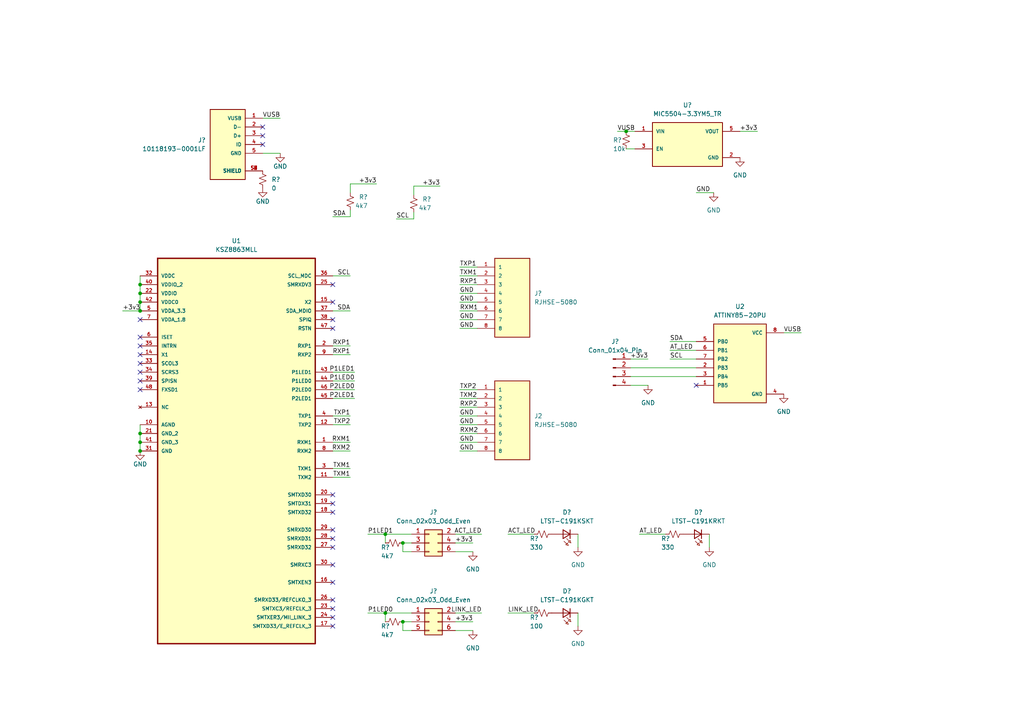
<source format=kicad_sch>
(kicad_sch (version 20230121) (generator eeschema)
  (paper "A4")
  (lib_symbols
    (symbol "10118193-0001LF:10118193-0001LF" (pin_names (offset 1.016))
      (property "Reference" "J" (at -5.08 10.922 0))
      (property "Value" "10118193-0001LF" (at -5.08 -12.7 0))
      (symbol "10118193-0001LF_0_0"
        (rectangle (start -5.08 -10.16) (end 5.08 10.16) (stroke (width 0.254)) (fill (type background)))
        (pin passive line (at -10.16 7.62 0) (length 5.08) (name "VUSB") (number "1"))
        (pin passive line (at -10.16 5.08 0) (length 5.08) (name "D-") (number "2"))
        (pin passive line (at -10.16 2.54 0) (length 5.08) (name "D+") (number "3"))
        (pin passive line (at -10.16 0 0) (length 5.08) (name "ID") (number "4"))
        (pin passive line (at -10.16 -2.54 0) (length 5.08) (name "GND") (number "5"))
        (pin passive line (at -10.16 -7.62 0) (length 5.08) (name "SHIELD") (number "S1"))
        (pin passive line (at -10.16 -7.62 0) (length 5.08) (name "SHIELD") (number "S2"))
        (pin passive line (at -10.16 -7.62 0) (length 5.08) (name "SHIELD") (number "S3"))
        (pin passive line (at -10.16 -7.62 0) (length 5.08) (name "SHIELD") (number "S4"))
        (pin passive line (at -10.16 -7.62 0) (length 5.08) (name "SHIELD") (number "S5"))
        (pin passive line (at -10.16 -7.62 0) (length 5.08) (name "SHIELD") (number "S6"))
      )
    )
    (symbol "ATTINY85-20PU:ATTINY85-20PU" (pin_names (offset 1.016))
      (property "Reference" "U" (at -7.62 11.43 0))
      (property "Value" "ATTINY85-20PU" (at -7.5438 -13.97 0))
      (symbol "ATTINY85-20PU_0_0"
        (rectangle (start -7.62 -11.43) (end 7.62 11.43) (stroke (width 0.254)) (fill (type background)))
        (pin bidirectional line (at -12.7 -6.35 0) (length 5.08) (name "PB5") (number "1"))
        (pin bidirectional line (at -12.7 -1.27 0) (length 5.08) (name "PB3") (number "2"))
        (pin bidirectional line (at -12.7 -3.81 0) (length 5.08) (name "PB4") (number "3"))
        (pin power_in line (at 12.7 -8.89 180) (length 5.08) (name "GND") (number "4"))
        (pin bidirectional line (at -12.7 6.35 0) (length 5.08) (name "PB0") (number "5"))
        (pin bidirectional line (at -12.7 3.81 0) (length 5.08) (name "PB1") (number "6"))
        (pin bidirectional line (at -12.7 1.27 0) (length 5.08) (name "PB2") (number "7"))
        (pin power_in line (at 12.7 8.89 180) (length 5.08) (name "VCC") (number "8"))
      )
    )
    (symbol "Connector:Conn_01x04_Pin" (pin_names (offset 1.016) hide)
      (property "Reference" "J" (at 0 5.08 0))
      (property "Value" "Conn_01x04_Pin" (at 0 -7.62 0))
      (symbol "Conn_01x04_Pin_1_1"
        (polyline (pts (xy 1.27 -5.08) (xy 0.8636 -5.08)) (stroke (width 0.1524)))
        (polyline (pts (xy 1.27 -2.54) (xy 0.8636 -2.54)) (stroke (width 0.1524)))
        (polyline (pts (xy 1.27 0) (xy 0.8636 0)) (stroke (width 0.1524)))
        (polyline (pts (xy 1.27 2.54) (xy 0.8636 2.54)) (stroke (width 0.1524)))
        (rectangle (start 0.8636 -4.953) (end 0 -5.207) (stroke (width 0.1524)) (fill (type outline)))
        (rectangle (start 0.8636 -2.413) (end 0 -2.667) (stroke (width 0.1524)) (fill (type outline)))
        (rectangle (start 0.8636 0.127) (end 0 -0.127) (stroke (width 0.1524)) (fill (type outline)))
        (rectangle (start 0.8636 2.667) (end 0 2.413) (stroke (width 0.1524)) (fill (type outline)))
        (pin passive line (at 5.08 2.54 180) (length 3.81) (name "Pin_1") (number "1"))
        (pin passive line (at 5.08 0 180) (length 3.81) (name "Pin_2") (number "2"))
        (pin passive line (at 5.08 -2.54 180) (length 3.81) (name "Pin_3") (number "3"))
        (pin passive line (at 5.08 -5.08 180) (length 3.81) (name "Pin_4") (number "4"))
      )
    )
    (symbol "Connector_Generic:Conn_02x03_Odd_Even" (pin_names (offset 1.016) hide)
      (property "Reference" "J" (at 1.27 5.08 0))
      (property "Value" "Conn_02x03_Odd_Even" (at 1.27 -5.08 0))
      (symbol "Conn_02x03_Odd_Even_1_1"
        (rectangle (start -1.27 -2.413) (end 0 -2.667) (stroke (width 0.1524)))
        (rectangle (start -1.27 0.127) (end 0 -0.127) (stroke (width 0.1524)))
        (rectangle (start -1.27 2.667) (end 0 2.413) (stroke (width 0.1524)))
        (rectangle (start -1.27 3.81) (end 3.81 -3.81) (stroke (width 0.254)) (fill (type background)))
        (rectangle (start 3.81 -2.413) (end 2.54 -2.667) (stroke (width 0.1524)))
        (rectangle (start 3.81 0.127) (end 2.54 -0.127) (stroke (width 0.1524)))
        (rectangle (start 3.81 2.667) (end 2.54 2.413) (stroke (width 0.1524)))
        (pin passive line (at -5.08 2.54 0) (length 3.81) (name "Pin_1") (number "1"))
        (pin passive line (at 7.62 2.54 180) (length 3.81) (name "Pin_2") (number "2"))
        (pin passive line (at -5.08 0 0) (length 3.81) (name "Pin_3") (number "3"))
        (pin passive line (at 7.62 0 180) (length 3.81) (name "Pin_4") (number "4"))
        (pin passive line (at -5.08 -2.54 0) (length 3.81) (name "Pin_5") (number "5"))
        (pin passive line (at 7.62 -2.54 180) (length 3.81) (name "Pin_6") (number "6"))
      )
    )
    (symbol "Device:R_Small_US" (pin_numbers hide) (pin_names (offset 0.254) hide)
      (property "Reference" "R" (at 0.762 0.508 0))
      (property "Value" "R_Small_US" (at 0.762 -1.016 0))
      (symbol "R_Small_US_1_1"
        (polyline (pts (xy 0 0) (xy 1.016 -0.381) (xy 0 -0.762) (xy -1.016 -1.143) (xy 0 -1.524)))
        (polyline (pts (xy 0 1.524) (xy 1.016 1.143) (xy 0 0.762) (xy -1.016 0.381) (xy 0 0)))
        (pin passive line (at 0 2.54 270) (length 1.016) (name "~") (number "1"))
        (pin passive line (at 0 -2.54 90) (length 1.016) (name "~") (number "2"))
      )
    )
    (symbol "KSZ8863MLL:KSZ8863MLL" (pin_names (offset 1.016))
      (property "Reference" "U" (at -2.8956 56.4642 0))
      (property "Value" "KSZ8863MLL" (at -1.6256 -63.5762 0))
      (symbol "KSZ8863MLL_0_0"
        (rectangle (start -22.86 -58.42) (end 22.86 53.34) (stroke (width 0.4064)) (fill (type background)))
        (pin bidirectional line (at 27.94 0 180) (length 5.08) (name "RXM1") (number "1"))
        (pin passive line (at -27.94 5.08 0) (length 5.08) (name "AGND") (number "10"))
        (pin bidirectional line (at 27.94 -10.16 180) (length 5.08) (name "TXM2") (number "11"))
        (pin bidirectional line (at 27.94 5.08 180) (length 5.08) (name "TXP2") (number "12"))
        (pin no_connect line (at -27.94 10.16 0) (length 5.08) (name "NC") (number "13"))
        (pin input line (at -27.94 25.4 0) (length 5.08) (name "X1") (number "14"))
        (pin output line (at 27.94 40.64 180) (length 5.08) (name "X2") (number "15"))
        (pin bidirectional line (at 27.94 -40.64 180) (length 5.08) (name "SMTXEN3") (number "16"))
        (pin bidirectional line (at 27.94 -53.34 180) (length 5.08) (name "SMTXD33/E_REFCLK_3") (number "17"))
        (pin bidirectional line (at 27.94 -20.32 180) (length 5.08) (name "SMTXD32") (number "18"))
        (pin bidirectional line (at 27.94 -17.78 180) (length 5.08) (name "SMTDX31") (number "19"))
        (pin bidirectional line (at 27.94 27.94 180) (length 5.08) (name "RXP1") (number "2"))
        (pin bidirectional line (at 27.94 -15.24 180) (length 5.08) (name "SMTXD30") (number "20"))
        (pin passive line (at -27.94 2.54 0) (length 5.08) (name "GND_2") (number "21"))
        (pin power_in line (at -27.94 43.18 0) (length 5.08) (name "VDDIO") (number "22"))
        (pin bidirectional line (at 27.94 -48.26 180) (length 5.08) (name "SMTXC3/REFCLK_3") (number "23"))
        (pin bidirectional line (at 27.94 -50.8 180) (length 5.08) (name "SMTXER3/MII_LINK_3") (number "24"))
        (pin bidirectional line (at 27.94 45.72 180) (length 5.08) (name "SMRXDV3") (number "25"))
        (pin bidirectional line (at 27.94 -45.72 180) (length 5.08) (name "SMRXD33/REFCLKO_3") (number "26"))
        (pin bidirectional line (at 27.94 -30.48 180) (length 5.08) (name "SMRXD32") (number "27"))
        (pin bidirectional line (at 27.94 -27.94 180) (length 5.08) (name "SMRXD31") (number "28"))
        (pin bidirectional line (at 27.94 -25.4 180) (length 5.08) (name "SMRXD30") (number "29"))
        (pin bidirectional line (at 27.94 -7.62 180) (length 5.08) (name "TXM1") (number "3"))
        (pin bidirectional line (at 27.94 -35.56 180) (length 5.08) (name "SMRXC3") (number "30"))
        (pin passive line (at -27.94 -2.54 0) (length 5.08) (name "GND") (number "31"))
        (pin power_in line (at -27.94 48.26 0) (length 5.08) (name "VDDC") (number "32"))
        (pin bidirectional line (at -27.94 22.86 0) (length 5.08) (name "SCOL3") (number "33"))
        (pin output line (at -27.94 20.32 0) (length 5.08) (name "SCRS3") (number "34"))
        (pin input line (at -27.94 27.94 0) (length 5.08) (name "INTRN") (number "35"))
        (pin bidirectional line (at 27.94 48.26 180) (length 5.08) (name "SCL_MDC") (number "36"))
        (pin bidirectional line (at 27.94 38.1 180) (length 5.08) (name "SDA_MDIO") (number "37"))
        (pin output line (at 27.94 35.56 180) (length 5.08) (name "SPIQ") (number "38"))
        (pin input line (at -27.94 17.78 0) (length 5.08) (name "SPISN") (number "39"))
        (pin bidirectional line (at 27.94 7.62 180) (length 5.08) (name "TXP1") (number "4"))
        (pin power_in line (at -27.94 45.72 0) (length 5.08) (name "VDDIO_2") (number "40"))
        (pin passive line (at -27.94 0 0) (length 5.08) (name "GND_3") (number "41"))
        (pin power_in line (at -27.94 40.64 0) (length 5.08) (name "VDDC0") (number "42"))
        (pin bidirectional line (at 27.94 20.32 180) (length 5.08) (name "P1LED1") (number "43"))
        (pin bidirectional line (at 27.94 17.78 180) (length 5.08) (name "P1LED0") (number "44"))
        (pin bidirectional line (at 27.94 12.7 180) (length 5.08) (name "P2LED1") (number "45"))
        (pin bidirectional line (at 27.94 15.24 180) (length 5.08) (name "P2LED0") (number "46"))
        (pin bidirectional line (at 27.94 33.02 180) (length 5.08) (name "RSTN") (number "47"))
        (pin passive line (at -27.94 15.24 0) (length 5.08) (name "FXSD1") (number "48"))
        (pin power_in line (at -27.94 38.1 0) (length 5.08) (name "VDDA_3.3") (number "5"))
        (pin input line (at -27.94 30.48 0) (length 5.08) (name "ISET") (number "6"))
        (pin power_in line (at -27.94 35.56 0) (length 5.08) (name "VDDA_1.8") (number "7"))
        (pin bidirectional line (at 27.94 -2.54 180) (length 5.08) (name "RXM2") (number "8"))
        (pin bidirectional line (at 27.94 25.4 180) (length 5.08) (name "RXP2") (number "9"))
      )
    )
    (symbol "LTST-C191KGKT:LTST-C191KGKT" (pin_numbers hide) (pin_names (offset 1.016) hide)
      (property "Reference" "D" (at 2.54 2.54 0))
      (property "Value" "LTST-C191KGKT" (at 2.54 0 0))
      (symbol "LTST-C191KGKT_0_0"
        (polyline (pts (xy -2.032 1.524) (xy -2.921 0.635)) (stroke (width 0.1524)))
        (polyline (pts (xy -1.27 0.762) (xy -2.159 -0.127)) (stroke (width 0.1524)))
        (polyline (pts (xy 0 -0.254) (xy -1.27 -0.254)) (stroke (width 0.254)))
        (polyline (pts (xy 0 -0.254) (xy -1.27 1.778)) (stroke (width 0.254)))
        (polyline (pts (xy 1.27 -0.254) (xy 0 -0.254)) (stroke (width 0.254)))
        (polyline (pts (xy 1.27 1.778) (xy -1.27 1.778)) (stroke (width 0.254)))
        (polyline (pts (xy 1.27 1.778) (xy 0 -0.254)) (stroke (width 0.254)))
        (polyline (pts (xy -3.048 1.016) (xy -3.302 0.254) (xy -2.54 0.508) (xy -3.048 1.016)) (stroke (width 0.1524)) (fill (type background)))
        (polyline (pts (xy -2.286 0.254) (xy -2.54 -0.508) (xy -1.778 -0.254) (xy -2.286 0.254)) (stroke (width 0.1524)) (fill (type background)))
        (pin passive line (at 0 -2.54 90) (length 2.54) (name "~") (number "1"))
        (pin passive line (at 0 5.08 270) (length 5.08) (name "~") (number "2"))
      )
    )
    (symbol "MIC5504-3.3YM5_TR:MIC5504-3.3YM5_TR" (pin_names (offset 1.016))
      (property "Reference" "U" (at -10.16 8.382 0))
      (property "Value" "MIC5504-3.3YM5_TR" (at -10.16 -7.62 0))
      (symbol "MIC5504-3.3YM5_TR_0_0"
        (rectangle (start -10.16 -5.08) (end 10.16 7.62) (stroke (width 0.254)) (fill (type background)))
        (pin input line (at -15.24 5.08 0) (length 5.08) (name "VIN") (number "1"))
        (pin power_in line (at 15.24 -2.54 180) (length 5.08) (name "GND") (number "2"))
        (pin input line (at -15.24 0 0) (length 5.08) (name "EN") (number "3"))
        (pin output line (at 15.24 5.08 180) (length 5.08) (name "VOUT") (number "5"))
      )
    )
    (symbol "RJHSE-5080:RJHSE-5080" (pin_names (offset 1.016))
      (property "Reference" "J" (at -5.08 11.43 0))
      (property "Value" "RJHSE-5080" (at -5.08 -15.24 0))
      (symbol "RJHSE-5080_0_0"
        (rectangle (start -5.08 -12.7) (end 5.08 10.16) (stroke (width 0.254)) (fill (type background)))
        (pin passive line (at -10.16 7.62 0) (length 5.08) (name "1") (number "1"))
        (pin passive line (at -10.16 5.08 0) (length 5.08) (name "2") (number "2"))
        (pin passive line (at -10.16 2.54 0) (length 5.08) (name "3") (number "3"))
        (pin passive line (at -10.16 0 0) (length 5.08) (name "4") (number "4"))
        (pin passive line (at -10.16 -2.54 0) (length 5.08) (name "5") (number "5"))
        (pin passive line (at -10.16 -5.08 0) (length 5.08) (name "6") (number "6"))
        (pin passive line (at -10.16 -7.62 0) (length 5.08) (name "7") (number "7"))
        (pin passive line (at -10.16 -10.16 0) (length 5.08) (name "8") (number "8"))
      )
    )
    (symbol "power:GND" (power) (pin_names (offset 0))
      (property "Value" "GND" (at 0 -3.81 0))
      (symbol "GND_0_1"
        (polyline (pts (xy 0 0) (xy 0 -1.27) (xy 1.27 -1.27) (xy 0 -2.54) (xy -1.27 -1.27) (xy 0 -1.27)))
      )
      (symbol "GND_1_1"
        (pin power_in line (at 0 0 270) (length 0) hide (name "GND") (number "1"))
      )
    )
  )
  (junction (at 40.64 87.63))
  (junction (at 40.64 130.81))
  (junction (at 116.84 180.34))
  (junction (at 40.64 90.17))
  (junction (at 40.64 82.55))
  (junction (at 40.64 85.09))
  (junction (at 111.76 177.8))
  (junction (at 40.64 128.27))
  (junction (at 181.61 38.1))
  (junction (at 116.84 157.48))
  (junction (at 40.64 125.73))
  (junction (at 111.76 154.94))
  (no_connect (at 40.64 97.79))
  (no_connect (at 96.52 87.63))
  (no_connect (at 96.52 163.83))
  (no_connect (at 96.52 153.67))
  (no_connect (at 40.64 92.71))
  (no_connect (at 201.93 111.76))
  (no_connect (at 96.52 146.05))
  (no_connect (at 76.2 36.83))
  (no_connect (at 40.64 113.03))
  (no_connect (at 96.52 95.25))
  (no_connect (at 40.64 107.95))
  (no_connect (at 96.52 176.53))
  (no_connect (at 96.52 92.71))
  (no_connect (at 96.52 143.51))
  (no_connect (at 96.52 82.55))
  (no_connect (at 76.2 39.37))
  (no_connect (at 96.52 173.99))
  (no_connect (at 40.64 100.33))
  (no_connect (at 96.52 179.07))
  (no_connect (at 96.52 148.59))
  (no_connect (at 96.52 158.75))
  (no_connect (at 40.64 110.49))
  (no_connect (at 96.52 168.91))
  (no_connect (at 40.64 105.41))
  (no_connect (at 96.52 156.21))
  (no_connect (at 76.2 41.91))
  (no_connect (at 96.52 181.61))
  (no_connect (at 40.64 102.87))
  (wire (pts (xy 194.31 104.14) (xy 201.93 104.14)))
  (wire (pts (xy 154.94 154.94) (xy 147.32 154.94)))
  (wire (pts (xy 120.015 53.975) (xy 127.635 53.975)))
  (wire (pts (xy 101.6 53.34) (xy 109.22 53.34)))
  (wire (pts (xy 101.6 62.865) (xy 96.52 62.865)))
  (wire (pts (xy 193.04 154.94) (xy 185.42 154.94)))
  (wire (pts (xy 40.64 90.17) (xy 35.56 90.17)))
  (wire (pts (xy 120.015 56.515) (xy 120.015 53.975)))
  (wire (pts (xy 181.61 43.18) (xy 184.15 43.18)))
  (wire (pts (xy 111.76 154.94) (xy 119.38 154.94)))
  (wire (pts (xy 111.76 177.8) (xy 119.38 177.8)))
  (wire (pts (xy 138.43 80.01) (xy 133.35 80.01)))
  (wire (pts (xy 132.08 177.8) (xy 139.7 177.8)))
  (wire (pts (xy 40.64 85.09) (xy 40.64 87.63)))
  (wire (pts (xy 138.43 123.19) (xy 133.35 123.19)))
  (wire (pts (xy 138.43 115.57) (xy 133.35 115.57)))
  (wire (pts (xy 214.63 38.1) (xy 219.71 38.1)))
  (wire (pts (xy 182.88 104.14) (xy 187.96 104.14)))
  (wire (pts (xy 138.43 113.03) (xy 133.35 113.03)))
  (wire (pts (xy 167.64 154.94) (xy 167.64 158.75)))
  (wire (pts (xy 147.32 177.8) (xy 154.94 177.8)))
  (wire (pts (xy 40.64 80.01) (xy 40.64 82.55)))
  (wire (pts (xy 182.88 109.22) (xy 201.93 109.22)))
  (wire (pts (xy 111.76 154.94) (xy 111.76 157.48)))
  (wire (pts (xy 138.43 125.73) (xy 133.35 125.73)))
  (wire (pts (xy 132.08 154.94) (xy 139.7 154.94)))
  (wire (pts (xy 201.93 101.6) (xy 194.31 101.6)))
  (wire (pts (xy 138.43 87.63) (xy 133.35 87.63)))
  (wire (pts (xy 106.68 177.8) (xy 111.76 177.8)))
  (wire (pts (xy 116.84 180.34) (xy 116.84 182.88)))
  (wire (pts (xy 182.88 111.76) (xy 187.96 111.76)))
  (wire (pts (xy 111.76 177.8) (xy 111.76 180.34)))
  (wire (pts (xy 96.52 107.95) (xy 102.87 107.95)))
  (wire (pts (xy 96.52 128.27) (xy 101.6 128.27)))
  (wire (pts (xy 116.84 182.88) (xy 119.38 182.88)))
  (wire (pts (xy 132.08 182.88) (xy 137.16 182.88)))
  (wire (pts (xy 120.015 61.595) (xy 120.015 63.5)))
  (wire (pts (xy 138.43 92.71) (xy 133.35 92.71)))
  (wire (pts (xy 40.64 87.63) (xy 40.64 90.17)))
  (wire (pts (xy 40.64 82.55) (xy 40.64 85.09)))
  (wire (pts (xy 96.52 115.57) (xy 102.87 115.57)))
  (wire (pts (xy 116.84 180.34) (xy 119.38 180.34)))
  (wire (pts (xy 205.74 154.94) (xy 205.74 158.75)))
  (wire (pts (xy 76.2 44.45) (xy 81.28 44.45)))
  (wire (pts (xy 184.15 38.1) (xy 181.61 38.1)))
  (wire (pts (xy 106.68 154.94) (xy 111.76 154.94)))
  (wire (pts (xy 76.2 34.29) (xy 81.28 34.29)))
  (wire (pts (xy 96.52 113.03) (xy 102.87 113.03)))
  (wire (pts (xy 207.01 55.88) (xy 201.93 55.88)))
  (wire (pts (xy 96.52 135.89) (xy 101.6 135.89)))
  (wire (pts (xy 96.52 100.33) (xy 101.6 100.33)))
  (wire (pts (xy 120.015 63.5) (xy 114.935 63.5)))
  (wire (pts (xy 194.31 99.06) (xy 201.93 99.06)))
  (wire (pts (xy 132.08 157.48) (xy 137.16 157.48)))
  (wire (pts (xy 96.52 102.87) (xy 101.6 102.87)))
  (wire (pts (xy 101.6 55.88) (xy 101.6 53.34)))
  (wire (pts (xy 96.52 130.81) (xy 101.6 130.81)))
  (wire (pts (xy 138.43 82.55) (xy 133.35 82.55)))
  (wire (pts (xy 181.61 38.1) (xy 179.07 38.1)))
  (wire (pts (xy 96.52 138.43) (xy 101.6 138.43)))
  (wire (pts (xy 96.52 110.49) (xy 102.87 110.49)))
  (wire (pts (xy 138.43 95.25) (xy 133.35 95.25)))
  (wire (pts (xy 138.43 118.11) (xy 133.35 118.11)))
  (wire (pts (xy 182.88 106.68) (xy 201.93 106.68)))
  (wire (pts (xy 96.52 90.17) (xy 101.6 90.17)))
  (wire (pts (xy 132.08 160.02) (xy 137.16 160.02)))
  (wire (pts (xy 138.43 77.47) (xy 133.35 77.47)))
  (wire (pts (xy 116.84 157.48) (xy 119.38 157.48)))
  (wire (pts (xy 40.64 128.27) (xy 40.64 130.81)))
  (wire (pts (xy 227.33 96.52) (xy 232.41 96.52)))
  (wire (pts (xy 101.6 60.96) (xy 101.6 62.865)))
  (wire (pts (xy 138.43 90.17) (xy 133.35 90.17)))
  (wire (pts (xy 138.43 85.09) (xy 133.35 85.09)))
  (wire (pts (xy 138.43 120.65) (xy 133.35 120.65)))
  (wire (pts (xy 96.52 120.65) (xy 101.6 120.65)))
  (wire (pts (xy 167.64 177.8) (xy 167.64 181.61)))
  (wire (pts (xy 116.84 160.02) (xy 119.38 160.02)))
  (wire (pts (xy 138.43 128.27) (xy 133.35 128.27)))
  (wire (pts (xy 132.08 180.34) (xy 137.16 180.34)))
  (wire (pts (xy 96.52 123.19) (xy 101.6 123.19)))
  (wire (pts (xy 96.52 80.01) (xy 101.6 80.01)))
  (wire (pts (xy 116.84 157.48) (xy 116.84 160.02)))
  (wire (pts (xy 40.64 125.73) (xy 40.64 128.27)))
  (wire (pts (xy 138.43 130.81) (xy 133.35 130.81)))
  (wire (pts (xy 40.64 123.19) (xy 40.64 125.73)))
  (label "SCL" (at 194.31 104.14 0))
  (label "+3v3" (at 137.16 180.34 180))
  (label "RXM1" (at 133.35 90.17 0))
  (label "SDA" (at 194.31 99.06 0))
  (label "TXM2" (at 133.35 115.57 0))
  (label "GND" (at 133.35 92.71 0))
  (label "+3v3" (at 109.22 53.34 180))
  (label "TXP1" (at 133.35 77.47 0))
  (label "P1LED0" (at 106.68 177.8 0))
  (label "GND" (at 133.35 123.19 0))
  (label "SDA" (at 96.52 62.865 0))
  (label "RXP1" (at 101.6 102.87 180))
  (label "RXP2" (at 133.35 118.11 0))
  (label "P2LED1" (at 102.87 115.57 180))
  (label "GND" (at 133.35 130.81 0))
  (label "RXM1" (at 101.6 128.27 180))
  (label "LINK_LED" (at 139.7 177.8 180))
  (label "VUSB" (at 81.28 34.29 180))
  (label "SCL" (at 114.935 63.5 0))
  (label "VUSB" (at 232.41 96.52 180))
  (label "P2LED0" (at 102.87 113.03 180))
  (label "P1LED0" (at 102.87 110.49 180))
  (label "TXP2" (at 133.35 113.03 0))
  (label "RXM2" (at 101.6 130.81 180))
  (label "SCL" (at 101.6 80.01 180))
  (label "TXP1" (at 101.6 120.65 180))
  (label "RXM2" (at 133.35 125.73 0))
  (label "ACT_LED" (at 139.7 154.94 180))
  (label "TXM1" (at 101.6 135.89 180))
  (label "P1LED1" (at 102.87 107.95 180))
  (label "VUSB" (at 179.07 38.1 0))
  (label "RXP1" (at 101.6 100.33 180))
  (label "+3v3" (at 187.96 104.14 180))
  (label "TXM1" (at 133.35 80.01 0))
  (label "SDA" (at 101.6 90.17 180))
  (label "GND" (at 201.93 55.88 0))
  (label "GND" (at 133.35 95.25 0))
  (label "GND" (at 133.35 85.09 0))
  (label "RXP1" (at 133.35 82.55 0))
  (label "AT_LED" (at 185.42 154.94 0))
  (label "TXM1" (at 101.6 138.43 180))
  (label "+3v3" (at 137.16 157.48 180))
  (label "TXP2" (at 101.6 123.19 180))
  (label "GND" (at 133.35 128.27 0))
  (label "ACT_LED" (at 147.32 154.94 0))
  (label "P1LED1" (at 106.68 154.94 0))
  (label "GND" (at 133.35 120.65 0))
  (label "AT_LED" (at 194.31 101.6 0))
  (label "+3v3" (at 219.71 38.1 180))
  (label "+3v3" (at 127.635 53.975 180))
  (label "+3v3" (at 35.56 90.17 0))
  (label "GND" (at 133.35 87.63 0))
  (label "LINK_LED" (at 147.32 177.8 0))
  (symbol (lib_id "Device:R_Small_US") (at 181.61 40.64 0) (unit 1)
    (property "Reference" "R?" (at 177.8 40.64 0) (effects (justify left)))
    (property "Value" "10k" (at 177.8 43.18 0) (effects (justify left)))
  )
  (symbol (lib_id "power:GND") (at 167.64 181.61 0) (unit 1)
    (property "Reference" "#PWR010" (effects hide))
    (property "Value" "GND" (at 167.64 186.69 0))
  )
  (symbol (lib_id "power:GND") (at 207.01 55.88 0) (unit 1)
    (property "Reference" "#PWR01" (effects hide))
    (property "Value" "GND" (at 207.01 60.96 0))
  )
  (symbol (lib_id "Connector_Generic:Conn_02x03_Odd_Even") (at 124.46 157.48 0) (unit 1)
    (property "Reference" "J?" (at 125.73 148.59 0))
    (property "Value" "Conn_02x03_Odd_Even" (at 125.73 151.13 0))
  )
  (symbol (lib_id "Device:R_Small_US") (at 114.3 180.34 270) (unit 1)
    (property "Reference" "R?" (at 110.49 181.61 90) (effects (justify left)))
    (property "Value" "4k7" (at 110.49 184.15 90) (effects (justify left)))
  )
  (symbol (lib_id "Device:R_Small_US") (at 120.015 59.055 180) (unit 1)
    (property "Reference" "R?" (at 125.095 57.785 0) (effects (justify left)))
    (property "Value" "4k7" (at 125.095 60.325 0) (effects (justify left)))
  )
  (symbol (lib_id "power:GND") (at 81.28 44.45 0) (unit 1)
    (property "Reference" "#PWR04" (effects hide))
    (property "Value" "GND" (at 81.28 48.26 0))
  )
  (symbol (lib_id "power:GND") (at 137.16 182.88 0) (unit 1)
    (property "Reference" "#PWR07" (effects hide))
    (property "Value" "GND" (at 137.16 187.96 0))
  )
  (symbol (lib_id "Connector_Generic:Conn_02x03_Odd_Even") (at 124.46 180.34 0) (unit 1)
    (property "Reference" "J?" (at 125.73 171.45 0))
    (property "Value" "Conn_02x03_Odd_Even" (at 125.73 173.99 0))
  )
  (symbol (lib_id "RJHSE-5080:RJHSE-5080") (at 148.59 85.09 0) (unit 1)
    (property "Reference" "J?" (at 154.94 85.09 0) (effects (justify left)))
    (property "Value" "RJHSE-5080" (at 154.94 87.63 0) (effects (justify left)))
    (property "Footprint" "AMPHENOL_RJHSE-5080" (effects hide))
    (property "DigiKey_Part_Number" "RJHSE-5080-ND" (effects hide))
    (property "MF" "Amphenol Commercial Products" (effects hide))
    (property "MAXIMUM_PACKAGE_HEIGHT" "13.21 mm" (effects hide))
    (property "Package" "None" (effects hide))
    (property "Check_prices" "https://www.snapeda.com/parts/RJHSE-5080/Amphenol/view-part/?ref=eda" (effects hide))
    (property "STANDARD" "Manufacturer Recommendations" (effects hide))
    (property "PARTREV" "G" (effects hide))
    (property "SnapEDA_Link" "https://www.snapeda.com/parts/RJHSE-5080/Amphenol/view-part/?ref=snap" (effects hide))
    (property "MP" "RJHSE-5080" (effects hide))
    (property "Purchase-URL" "https://www.snapeda.com/api/url_track_click_mouser/?unipart_id=4796273&manufacturer=Amphenol Commercial Products&part_name=RJHSE-5080&search_term=None" (effects hide))
    (property "Description" "\\nConnector, Modular Jack, 8, Phosphor Bronze, Gold Over Nickel, 0.62 in. | Amphenol Commercial (Amphenol CS) RJHSE-5080\\n" (effects hide))
    (property "MANUFACTURER" "Amphenol" (effects hide))
  )
  (symbol (lib_id "LTST-C191KGKT:LTST-C191KGKT") (at 165.1 154.94 90) (unit 1)
    (property "Reference" "D?" (at 164.4396 148.59 90))
    (property "Value" "LTST-C191KSKT" (at 164.4396 151.13 90))
    (property "Footprint" "0603" (effects hide))
    (property "DigiKey_Part_Number" "160-1446-2-ND" (effects hide))
    (property "MF" "Lite-On Inc." (effects hide))
    (property "Purchase-URL" "https://www.snapeda.com/api/url_track_click_mouser/?unipart_id=48565&manufacturer=Lite-On Inc.&part_name=LTST-C191KGKT&search_term=None" (effects hide))
    (property "Package" "0603 Lite-On Inc." (effects hide))
    (property "SnapEDA_Link" "https://www.snapeda.com/parts/LTST-C191KGKT/Lite-On+Inc./view-part/?ref=snap" (effects hide))
    (property "MP" "LTST-C191KGKT" (effects hide))
    (property "Description" "\\nGreen 571nm LED Indication - Discrete 2V 0603 (1608 Metric)\\n" (effects hide))
    (property "Check_prices" "https://www.snapeda.com/parts/LTST-C191KGKT/Lite-On+Inc./view-part/?ref=eda" (effects hide))
  )
  (symbol (lib_id "Device:R_Small_US") (at 157.48 177.8 270) (unit 1)
    (property "Reference" "R?" (at 153.67 179.07 90) (effects (justify left)))
    (property "Value" "100" (at 153.67 181.61 90) (effects (justify left)))
  )
  (symbol (lib_id "power:GND") (at 187.96 111.76 0) (unit 1)
    (property "Reference" "#PWR012" (effects hide))
    (property "Value" "GND" (at 187.96 116.84 0))
  )
  (symbol (lib_id "LTST-C191KGKT:LTST-C191KGKT") (at 203.2 154.94 90) (unit 1)
    (property "Reference" "D?" (at 202.5396 148.59 90))
    (property "Value" "LTST-C191KRKT" (at 202.5396 151.13 90))
    (property "Footprint" "0603" (effects hide))
    (property "DigiKey_Part_Number" "160-1446-2-ND" (effects hide))
    (property "MF" "Lite-On Inc." (effects hide))
    (property "Purchase-URL" "https://www.snapeda.com/api/url_track_click_mouser/?unipart_id=48565&manufacturer=Lite-On Inc.&part_name=LTST-C191KGKT&search_term=None" (effects hide))
    (property "Package" "0603 Lite-On Inc." (effects hide))
    (property "SnapEDA_Link" "https://www.snapeda.com/parts/LTST-C191KGKT/Lite-On+Inc./view-part/?ref=snap" (effects hide))
    (property "MP" "LTST-C191KGKT" (effects hide))
    (property "Description" "\\nGreen 571nm LED Indication - Discrete 2V 0603 (1608 Metric)\\n" (effects hide))
    (property "Check_prices" "https://www.snapeda.com/parts/LTST-C191KGKT/Lite-On+Inc./view-part/?ref=eda" (effects hide))
  )
  (symbol (lib_id "Device:R_Small_US") (at 114.3 157.48 270) (unit 1)
    (property "Reference" "R?" (at 110.49 158.75 90) (effects (justify left)))
    (property "Value" "4k7" (at 110.49 161.29 90) (effects (justify left)))
  )
  (symbol (lib_id "LTST-C191KGKT:LTST-C191KGKT") (at 165.1 177.8 90) (unit 1)
    (property "Reference" "D?" (at 164.4396 171.45 90))
    (property "Value" "LTST-C191KGKT" (at 164.4396 173.99 90))
    (property "Footprint" "0603" (effects hide))
    (property "DigiKey_Part_Number" "160-1446-2-ND" (effects hide))
    (property "MF" "Lite-On Inc." (effects hide))
    (property "Purchase-URL" "https://www.snapeda.com/api/url_track_click_mouser/?unipart_id=48565&manufacturer=Lite-On Inc.&part_name=LTST-C191KGKT&search_term=None" (effects hide))
    (property "Package" "0603 Lite-On Inc." (effects hide))
    (property "SnapEDA_Link" "https://www.snapeda.com/parts/LTST-C191KGKT/Lite-On+Inc./view-part/?ref=snap" (effects hide))
    (property "MP" "LTST-C191KGKT" (effects hide))
    (property "Description" "\\nGreen 571nm LED Indication - Discrete 2V 0603 (1608 Metric)\\n" (effects hide))
    (property "Check_prices" "https://www.snapeda.com/parts/LTST-C191KGKT/Lite-On+Inc./view-part/?ref=eda" (effects hide))
  )
  (symbol (lib_id "power:GND") (at 40.64 130.81 0) (unit 1)
    (property "Reference" "#PWR06" (effects hide))
    (property "Value" "GND" (at 40.64 134.62 0))
  )
  (symbol (lib_id "power:GND") (at 205.74 158.75 0) (unit 1)
    (property "Reference" "#PWR011" (effects hide))
    (property "Value" "GND" (at 205.74 163.83 0))
  )
  (symbol (lib_id "Device:R_Small_US") (at 195.58 154.94 270) (unit 1)
    (property "Reference" "R?" (at 191.77 156.21 90) (effects (justify left)))
    (property "Value" "330" (at 191.77 158.75 90) (effects (justify left)))
  )
  (symbol (lib_id "power:GND") (at 167.64 158.75 0) (unit 1)
    (property "Reference" "#PWR08" (effects hide))
    (property "Value" "GND" (at 167.64 163.83 0))
  )
  (symbol (lib_id "ATTINY85-20PU:ATTINY85-20PU") (at 214.63 105.41 0) (unit 1)
    (property "Reference" "U2" (at 214.63 88.9 0))
    (property "Value" "ATTINY85-20PU" (at 214.63 91.44 0))
    (property "Footprint" "DIP762W46P254L927H533Q8B" (effects hide))
    (property "DigiKey_Part_Number" "ATTINY85-20PU-ND" (effects hide))
    (property "MF" "Microchip" (effects hide))
    (property "Purchase-URL" "https://www.snapeda.com/api/url_track_click_mouser/?unipart_id=42827&manufacturer=Microchip&part_name=ATTINY85-20PU&search_term=None" (effects hide))
    (property "Package" "DIP-8 Atmel" (effects hide))
    (property "Check_prices" "https://www.snapeda.com/parts/ATTINY85-20PU/Microchip/view-part/?ref=eda" (effects hide))
    (property "SnapEDA_Link" "https://www.snapeda.com/parts/ATTINY85-20PU/Microchip/view-part/?ref=snap" (effects hide))
    (property "MP" "ATTINY85-20PU" (effects hide))
    (property "Description" "\\nAVR AVR® ATtiny, Functional Safety (FuSa) Microcontroller IC 8-Bit 20MHz 8KB (4K x 16) FLASH 8-PDIP\\n" (effects hide))
    (property "MANUFACTURER" "Atmel" (effects hide))
  )
  (symbol (lib_id "Device:R_Small_US") (at 76.2 52.07 0) (unit 1)
    (property "Reference" "R?" (at 78.74 52.07 0) (effects (justify left)))
    (property "Value" "0" (at 78.74 54.61 0) (effects (justify left)))
  )
  (symbol (lib_id "power:GND") (at 137.16 160.02 0) (unit 1)
    (property "Reference" "#PWR09" (effects hide))
    (property "Value" "GND" (at 137.16 165.1 0))
  )
  (symbol (lib_id "Device:R_Small_US") (at 101.6 58.42 180) (unit 1)
    (property "Reference" "R?" (at 106.68 57.15 0) (effects (justify left)))
    (property "Value" "4k7" (at 106.68 59.69 0) (effects (justify left)))
  )
  (symbol (lib_id "Device:R_Small_US") (at 157.48 154.94 270) (unit 1)
    (property "Reference" "R?" (at 153.67 156.21 90) (effects (justify left)))
    (property "Value" "330" (at 153.67 158.75 90) (effects (justify left)))
  )
  (symbol (lib_id "power:GND") (at 76.2 54.61 0) (unit 1)
    (property "Reference" "#PWR05" (effects hide))
    (property "Value" "GND" (at 76.2 58.42 0))
  )
  (symbol (lib_id "10118193-0001LF:10118193-0001LF") (at 66.04 41.91 0) (mirror y) (unit 1)
    (property "Reference" "J?" (at 59.69 40.64 0) (effects (justify left)))
    (property "Value" "10118193-0001LF" (at 59.69 43.18 0) (effects (justify left)))
    (property "Footprint" "AMPHENOL_10118193-0001LF" (effects hide))
    (property "DigiKey_Part_Number" "609-4616-2-ND" (effects hide))
    (property "MF" "Amphenol ICC" (effects hide))
    (property "MAXIMUM_PACKAGE_HEIGHT" "2.55 mm" (effects hide))
    (property "Package" "None" (effects hide))
    (property "Check_prices" "https://www.snapeda.com/parts/10118193-0001LF/Amphenol+FCI/view-part/?ref=eda" (effects hide))
    (property "STANDARD" "Manufacturer Recommendations" (effects hide))
    (property "PARTREV" "E" (effects hide))
    (property "SnapEDA_Link" "https://www.snapeda.com/parts/10118193-0001LF/Amphenol+FCI/view-part/?ref=snap" (effects hide))
    (property "MP" "10118193-0001LF" (effects hide))
    (property "Purchase-URL" "https://www.snapeda.com/api/url_track_click_mouser/?unipart_id=110244&manufacturer=Amphenol ICC&part_name=10118193-0001LF&search_term=None" (effects hide))
    (property "Description" "\\nRight Angle Surface Mount Mount Female USB Connector 100 V ac 1.8A | Amphenol FCI (Amphenol CS) 10118193-0001LF\\n" (effects hide))
    (property "MANUFACTURER" "Amphenol FCI" (effects hide))
  )
  (symbol (lib_id "RJHSE-5080:RJHSE-5080") (at 148.59 120.65 0) (unit 1)
    (property "Reference" "J2" (at 154.94 120.65 0) (effects (justify left)))
    (property "Value" "RJHSE-5080" (at 154.94 123.19 0) (effects (justify left)))
    (property "Footprint" "AMPHENOL_RJHSE-5080" (effects hide))
    (property "DigiKey_Part_Number" "RJHSE-5080-ND" (effects hide))
    (property "MF" "Amphenol Commercial Products" (effects hide))
    (property "MAXIMUM_PACKAGE_HEIGHT" "13.21 mm" (effects hide))
    (property "Package" "None" (effects hide))
    (property "Check_prices" "https://www.snapeda.com/parts/RJHSE-5080/Amphenol/view-part/?ref=eda" (effects hide))
    (property "STANDARD" "Manufacturer Recommendations" (effects hide))
    (property "PARTREV" "G" (effects hide))
    (property "SnapEDA_Link" "https://www.snapeda.com/parts/RJHSE-5080/Amphenol/view-part/?ref=snap" (effects hide))
    (property "MP" "RJHSE-5080" (effects hide))
    (property "Purchase-URL" "https://www.snapeda.com/api/url_track_click_mouser/?unipart_id=4796273&manufacturer=Amphenol Commercial Products&part_name=RJHSE-5080&search_term=None" (effects hide))
    (property "Description" "\\nConnector, Modular Jack, 8, Phosphor Bronze, Gold Over Nickel, 0.62 in. | Amphenol Commercial (Amphenol CS) RJHSE-5080\\n" (effects hide))
    (property "MANUFACTURER" "Amphenol" (effects hide))
  )
  (symbol (lib_id "power:GND") (at 214.63 45.72 0) (unit 1)
    (property "Reference" "#PWR03" (effects hide))
    (property "Value" "GND" (at 214.63 50.8 0))
  )
  (symbol (lib_id "KSZ8863MLL:KSZ8863MLL") (at 68.58 128.27 0) (unit 1)
    (property "Reference" "U1" (at 68.58 69.85 0))
    (property "Value" "KSZ8863MLL" (at 68.58 72.39 0))
    (property "Footprint" "QFP50P900X900X160-48N" (effects hide))
    (property "DigiKey_Part_Number" "576-3577-ND" (effects hide))
    (property "MF" "Microchip" (effects hide))
    (property "Purchase-URL" "https://www.snapeda.com/api/url_track_click_mouser/?unipart_id=569586&manufacturer=Microchip&part_name=KSZ8863MLL&search_term=None" (effects hide))
    (property "PACKAGE" "TQFP-48" (effects hide))
    (property "MPN" "KSZ8863MLL" (effects hide))
    (property "Package" "LQFP-48 Microchip" (effects hide))
    (property "OC_FARNELL" "1864784" (effects hide))
    (property "SnapEDA_Link" "https://www.snapeda.com/parts/KSZ8863MLL/Microchip/view-part/?ref=snap" (effects hide))
    (property "MP" "KSZ8863MLL" (effects hide))
    (property "SUPPLIER" "MICREL SEMICONDUCTOR" (effects hide))
    (property "Description" "\\nEthernet Switch 10/100 Base-T/TX PHY I²C, SPI Interface 48-LQFP (7x7)\\n" (effects hide))
    (property "OC_NEWARK" "27T5794" (effects hide))
    (property "Check_prices" "https://www.snapeda.com/parts/KSZ8863MLL/Microchip/view-part/?ref=eda" (effects hide))
  )
  (symbol (lib_id "MIC5504-3.3YM5_TR:MIC5504-3.3YM5_TR") (at 199.39 43.18 0) (unit 1)
    (property "Reference" "U?" (at 199.39 30.48 0))
    (property "Value" "MIC5504-3.3YM5_TR" (at 199.39 33.02 0))
    (property "Footprint" "SOT95P280X145-5N" (effects hide))
    (property "DigiKey_Part_Number" "576-4764-2-ND" (effects hide))
    (property "MF" "Microchip" (effects hide))
    (property "MAXIMUM_PACKAGE_HEIGHT" "1.45mm" (effects hide))
    (property "Package" "SOT-23 Microchip" (effects hide))
    (property "Check_prices" "https://www.snapeda.com/parts/MIC5504-3.3YM5%20TR/Microchip/view-part/?ref=eda" (effects hide))
    (property "STANDARD" "IPC-7351B" (effects hide))
    (property "PARTREV" "05/14/19" (effects hide))
    (property "SnapEDA_Link" "https://www.snapeda.com/parts/MIC5504-3.3YM5%20TR/Microchip/view-part/?ref=snap" (effects hide))
    (property "MP" "MIC5504-3.3YM5 TR" (effects hide))
    (property "Purchase-URL" "https://www.snapeda.com/api/url_track_click_mouser/?unipart_id=423262&manufacturer=Microchip&part_name=MIC5504-3.3YM5 TR&search_term=None" (effects hide))
    (property "Description" "\\nLinear Voltage Regulator IC Positive Fixed 1 Output 300mA SOT-23-5\\n" (effects hide))
    (property "MANUFACTURER" "Microchip" (effects hide))
  )
  (symbol (lib_id "Connector:Conn_01x04_Pin") (at 177.8 106.68 0) (unit 1)
    (property "Reference" "J?" (at 178.435 99.06 0))
    (property "Value" "Conn_01x04_Pin" (at 178.435 101.6 0))
  )
  (symbol (lib_id "power:GND") (at 227.33 114.3 0) (unit 1)
    (property "Reference" "#PWR02" (effects hide))
    (property "Value" "GND" (at 227.33 119.38 0))
  )
)
</source>
